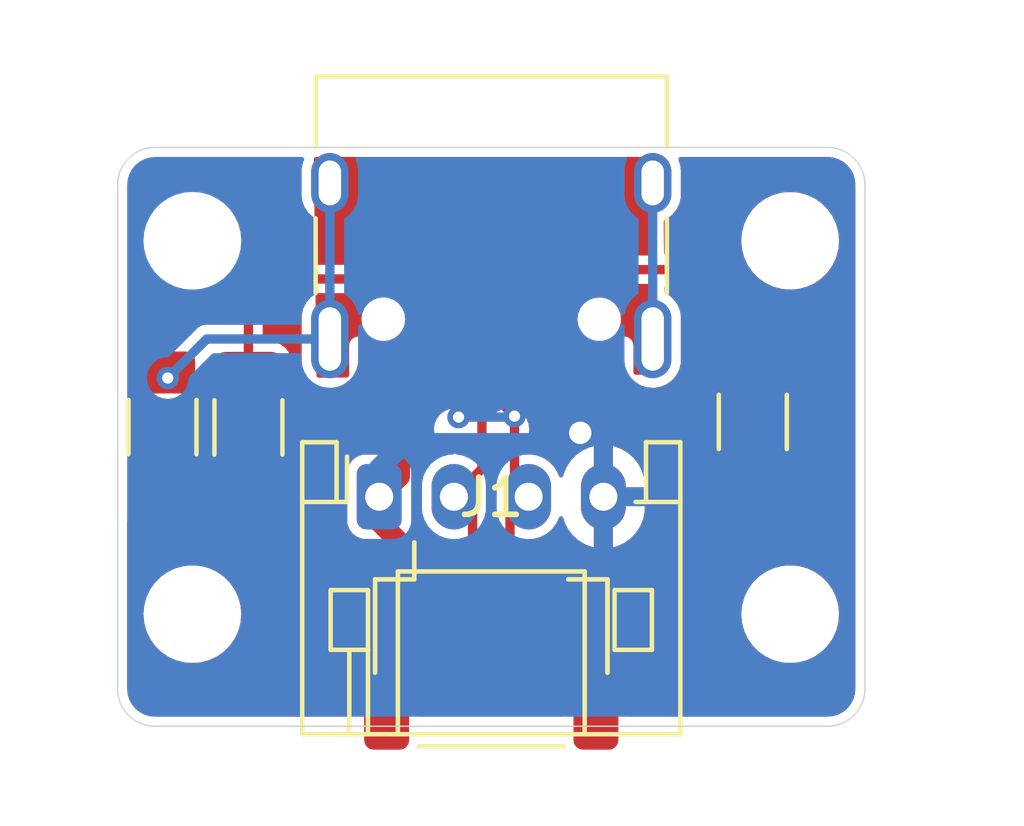
<source format=kicad_pcb>
(kicad_pcb (version 20211014) (generator pcbnew)
  (layers (0 "F.Cu" signal) (31 "B.Cu" signal) (34 "B.Paste" user) (35 "F.Paste" user) (36 "B.SilkS" user "B.Silkscreen") (37 "F.SilkS" user "F.Silkscreen") (38 "B.Mask" user) (39 "F.Mask" user) (44 "Edge.Cuts" user))
  (net 0 "")
  (net 1 "SHIELD")
  (net 4 "VBUS_C")
  (net 5 "Net-(J2-PadB5)")
  (net 6 "Net-(J2-PadA5)")
  (net 7 "GND")
  (net 8 "DP_C")
  (net 9 "DM_C")
  (footprint "Connector_JST:JST_SH_SM04B-SRSS-TB_1x04-1MP_P1.00mm_Horizontal" (layer "F.Cu") (at 100 71.352)
    (fp_text reference "J1" (at 0 -3.98) (layer "F.SilkS"))
    (fp_text value "Conn_01x04")
    (fp_text user "${REFERENCE}" (at 0 -3.98) (layer "F.SilkS"))
    (fp_line (start 3.11 0.715) (end 3.11 -1.785) (layer "F.SilkS") (width 0.12))
    (fp_line (start 3.11 -1.785) (end 2.06 -1.785) (layer "F.SilkS") (width 0.12))
    (fp_line (start 3.11 0.715) (end 3.11 -1.785) (layer "F.SilkS") (width 0.12))
    (fp_line (start -2.06 -1.785) (end -2.06 -2.775) (layer "F.SilkS") (width 0.12))
    (fp_line (start -3.11 0.715) (end -3.11 -1.785) (layer "F.SilkS") (width 0.12))
    (fp_line (start -1.94 2.685) (end 1.94 2.685) (layer "F.SilkS") (width 0.12))
    (fp_line (start -2.06 -1.785) (end -2.06 -2.775) (layer "F.SilkS") (width 0.12))
    (fp_line (start -3.11 -1.785) (end -2.06 -1.785) (layer "F.SilkS") (width 0.12))
    (fp_line (start 3.11 -1.785) (end 2.06 -1.785) (layer "F.SilkS") (width 0.12))
    (fp_line (start -3.11 -1.785) (end -2.06 -1.785) (layer "F.SilkS") (width 0.12))
    (pad "1" smd roundrect (at -1.5 -2) (size 0.6 1.55) (layers "F.Cu" "F.Paste" "F.Mask") (net 4 "VBUS_C"))
    (pad "2" smd roundrect (at -0.5 -2) (size 0.6 1.55) (layers "F.Cu" "F.Paste" "F.Mask") (net 9 "DM_C"))
    (pad "3" smd roundrect (at 0.5 -2) (size 0.6 1.55) (layers "F.Cu" "F.Paste" "F.Mask") (net 8 "DP_C"))
    (pad "4" smd roundrect (at 1.5 -2) (size 0.6 1.55) (layers "F.Cu" "F.Paste" "F.Mask") (net 7 "GND"))
    (pad "MP" smd roundrect (at 2.8 1.875) (size 1.2 1.8) (layers "F.Cu" "F.Paste" "F.Mask") (roundrect_rratio 0.208333))
    (pad "MP" smd roundrect (at -2.8 1.875) (size 1.2 1.8) (layers "F.Cu" "F.Paste" "F.Mask") (roundrect_rratio 0.208333))
    (pad "MP" smd roundrect (at 2.8 1.875) (size 1.2 1.8) (layers "F.Cu" "F.Paste" "F.Mask") (roundrect_rratio 0.208333))
    (pad "MP" smd roundrect (at -2.8 1.875) (size 1.2 1.8) (layers "F.Cu" "F.Paste" "F.Mask") (roundrect_rratio 0.208333))
  )
  (footprint "MountingHole:MountingHole_2.1mm" (layer "F.Cu") (at 92 70.5)
    (fp_text reference "H2" hide)
    (fp_text value "MountingHole")
    (pad "" np_thru_hole circle (at 0 0) (size 2.1 2.1) (drill 2.1) (layers *.Cu *.Mask))
  )
  (footprint "Resistor_SMD:R_1206_3216Metric" (layer "F.Cu") (at 107 65.35 -90)
    (fp_text reference "R1" hide)
    (fp_text value "5.1K")
    (fp_line (start -0.727064 0.91) (end 0.727064 0.91) (layer "F.SilkS") (width 0.12))
    (fp_line (start -0.727064 -0.91) (end 0.727064 -0.91) (layer "F.SilkS") (width 0.12))
    (pad "1" smd roundrect (at -1.4625 0 270) (size 1.125 1.75) (layers "F.Cu" "F.Paste" "F.Mask") (roundrect_rratio 0.2222222222) (net 6 "Net-(J2-PadA5)"))
    (pad "2" smd roundrect (at 1.4625 0 270) (size 1.125 1.75) (layers "F.Cu" "F.Paste" "F.Mask") (roundrect_rratio 0.2222222222) (net 7 "GND"))
  )
  (footprint "Resistor_SMD:R_1206_3216Metric" (layer "F.Cu") (at 91.2 65.49 -90)
    (fp_text reference "R3" hide)
    (fp_text value "0")
    (fp_line (start -0.727064 0.91) (end 0.727064 0.91) (layer "F.SilkS") (width 0.12))
    (fp_line (start -0.727064 -0.91) (end 0.727064 -0.91) (layer "F.SilkS") (width 0.12))
    (pad "1" smd roundrect (at -1.4625 0 270) (size 1.125 1.75) (layers "F.Cu" "F.Paste" "F.Mask") (roundrect_rratio 0.2222222222) (net 1 "SHIELD"))
    (pad "2" smd roundrect (at 1.4625 0 270) (size 1.125 1.75) (layers "F.Cu" "F.Paste" "F.Mask") (roundrect_rratio 0.2222222222) (net 7 "GND"))
  )
  (footprint "Resistor_SMD:R_1206_3216Metric" (layer "F.Cu") (at 93.5 65.5 -90)
    (fp_text reference "R2" hide)
    (fp_text value "5.1K")
    (fp_line (start -0.727064 0.91) (end 0.727064 0.91) (layer "F.SilkS") (width 0.12))
    (fp_line (start -0.727064 -0.91) (end 0.727064 -0.91) (layer "F.SilkS") (width 0.12))
    (pad "1" smd roundrect (at -1.4625 0 270) (size 1.125 1.75) (layers "F.Cu" "F.Paste" "F.Mask") (roundrect_rratio 0.2222222222) (net 5 "Net-(J2-PadB5)"))
    (pad "2" smd roundrect (at 1.4625 0 270) (size 1.125 1.75) (layers "F.Cu" "F.Paste" "F.Mask") (roundrect_rratio 0.2222222222) (net 7 "GND"))
  )
  (footprint "MountingHole:MountingHole_2.1mm" (layer "F.Cu") (at 108 70.5)
    (fp_text reference "H4" hide)
    (fp_text value "MountingHole" hide)
    (pad "" np_thru_hole circle (at 0 0) (size 2.1 2.1) (drill 2.1) (layers *.Cu *.Mask))
  )
  (footprint "MountingHole:MountingHole_2.1mm" (layer "F.Cu") (at 108 60.5)
    (fp_text reference "H3" hide)
    (fp_text value "MountingHole" hide)
    (pad "" np_thru_hole circle (at 0 0) (size 2.1 2.1) (drill 2.1) (layers *.Cu *.Mask))
  )
  (footprint "MountingHole:MountingHole_2.1mm" (layer "F.Cu") (at 92 60.5)
    (fp_text reference "H1" hide)
    (fp_text value "MountingHole")
    (pad "" np_thru_hole circle (at 0 0) (size 2.1 2.1) (drill 2.1) (layers *.Cu *.Mask))
  )
  (footprint "Connector_JST:JST_PH_S4B-PH-K_1x04_P2.00mm_Horizontal" (layer "F.Cu") (at 97 67.355)
    (fp_text reference "J4" hide)
    (fp_text value "Conn_01x04")
    (fp_line (start -0.86 0.14) (end -1.14 0.14) (layer "F.SilkS") (width 0.12))
    (fp_line (start -1.3 2.5) (end -1.3 4.1) (layer "F.SilkS") (width 0.12))
    (fp_line (start -1.3 4.1) (end -0.3 4.1) (layer "F.SilkS") (width 0.12))
    (fp_line (start 0.5 2) (end 5.5 2) (layer "F.SilkS") (width 0.12))
    (fp_line (start 8.06 6.36) (end 8.06 -1.46) (layer "F.SilkS") (width 0.12))
    (fp_line (start -2.06 6.36) (end 8.06 6.36) (layer "F.SilkS") (width 0.12))
    (fp_line (start -2.06 -1.46) (end -2.06 6.36) (layer "F.SilkS") (width 0.12))
    (fp_line (start 7.3 4.1) (end 6.3 4.1) (layer "F.SilkS") (width 0.12))
    (fp_line (start 6.3 4.1) (end 6.3 2.5) (layer "F.SilkS") (width 0.12))
    (fp_line (start -2.06 0.14) (end -1.14 0.14) (layer "F.SilkS") (width 0.12))
    (fp_line (start 8.06 0.14) (end 7.14 0.14) (layer "F.SilkS") (width 0.12))
    (fp_line (start 5.5 2) (end 5.5 6.36) (layer "F.SilkS") (width 0.12))
    (fp_line (start -1.14 -1.46) (end -2.06 -1.46) (layer "F.SilkS") (width 0.12))
    (fp_line (start 7.3 2.5) (end 7.3 4.1) (layer "F.SilkS") (width 0.12))
    (fp_line (start -1.14 0.14) (end -1.14 -1.46) (layer "F.SilkS") (width 0.12))
    (fp_line (start -0.86 0.14) (end -0.86 -1.075) (layer "F.SilkS") (width 0.12))
    (fp_line (start -0.3 4.1) (end -0.3 6.36) (layer "F.SilkS") (width 0.12))
    (fp_line (start -0.3 2.5) (end -1.3 2.5) (layer "F.SilkS") (width 0.12))
    (fp_line (start 6.3 2.5) (end 7.3 2.5) (layer "F.SilkS") (width 0.12))
    (fp_line (start 8.06 -1.46) (end 7.14 -1.46) (layer "F.SilkS") (width 0.12))
    (fp_line (start -0.8 4.1) (end -0.8 6.36) (layer "F.SilkS") (width 0.12))
    (fp_line (start 7.14 0.14) (end 6.86 0.14) (layer "F.SilkS") (width 0.12))
    (fp_line (start -0.3 4.1) (end -0.3 2.5) (layer "F.SilkS") (width 0.12))
    (fp_line (start 7.14 -1.46) (end 7.14 0.14) (layer "F.SilkS") (width 0.12))
    (fp_line (start 0.5 6.36) (end 0.5 2) (layer "F.SilkS") (width 0.12))
    (pad "1" thru_hole roundrect (at 0 0) (size 1.2 1.75) (drill 0.75) (layers *.Cu *.Mask) (roundrect_rratio 0.2083333333) (net 4 "VBUS_C"))
    (pad "2" thru_hole oval (at 2 0) (size 1.2 1.75) (drill 0.75) (layers *.Cu *.Mask) (net 9 "DM_C"))
    (pad "3" thru_hole oval (at 4 0) (size 1.2 1.75) (drill 0.75) (layers *.Cu *.Mask) (net 8 "DP_C"))
    (pad "4" thru_hole oval (at 6 0) (size 1.2 1.75) (drill 0.75) (layers *.Cu *.Mask) (net 7 "GND"))
  )
  (footprint "Connector_USB:USB_C_Receptacle_HRO_TYPE-C-31-M-12" (layer "F.Cu") (at 100 60 180)
    (fp_text reference "J2" hide)
    (fp_text value "USB_C_Receptacle_USB2.0")
    (fp_line (start -4.7 2) (end -4.7 3.9) (layer "F.SilkS") (width 0.12))
    (fp_line (start 4.7 2) (end 4.7 3.9) (layer "F.SilkS") (width 0.12))
    (fp_line (start 4.7 -1.9) (end 4.7 0.1) (layer "F.SilkS") (width 0.12))
    (fp_line (start -4.7 3.9) (end 4.7 3.9) (layer "F.SilkS") (width 0.12))
    (fp_line (start -4.7 -1.9) (end -4.7 0.1) (layer "F.SilkS") (width 0.12))
    (pad "" np_thru_hole circle (at -2.89 -2.6 180) (size 0.65 0.65) (drill 0.65) (layers *.Cu *.Mask))
    (pad "" np_thru_hole circle (at 2.89 -2.6 180) (size 0.65 0.65) (drill 0.65) (layers *.Cu *.Mask))
    (pad "A1" smd rect (at -3.25 -4.045 180) (size 0.6 1.45) (layers "F.Cu" "F.Paste" "F.Mask") (net 7 "GND"))
    (pad "A4" smd rect (at -2.45 -4.045 180) (size 0.6 1.45) (layers "F.Cu" "F.Paste" "F.Mask") (net 4 "VBUS_C"))
    (pad "A5" smd rect (at -1.25 -4.045 180) (size 0.3 1.45) (layers "F.Cu" "F.Paste" "F.Mask") (net 6 "Net-(J2-PadA5)"))
    (pad "A6" smd rect (at -0.25 -4.045 180) (size 0.3 1.45) (layers "F.Cu" "F.Paste" "F.Mask") (net 8 "DP_C"))
    (pad "A7" smd rect (at 0.25 -4.045 180) (size 0.3 1.45) (layers "F.Cu" "F.Paste" "F.Mask") (net 9 "DM_C"))
    (pad "A8" smd rect (at 1.25 -4.045 180) (size 0.3 1.45) (layers "F.Cu" "F.Paste" "F.Mask"))
    (pad "A9" smd rect (at 2.45 -4.045 180) (size 0.6 1.45) (layers "F.Cu" "F.Paste" "F.Mask") (net 4 "VBUS_C"))
    (pad "A12" smd rect (at 3.25 -4.045 180) (size 0.6 1.45) (layers "F.Cu" "F.Paste" "F.Mask") (net 7 "GND"))
    (pad "B1" smd rect (at 3.25 -4.045 180) (size 0.6 1.45) (layers "F.Cu" "F.Paste" "F.Mask") (net 7 "GND"))
    (pad "B4" smd rect (at 2.45 -4.045 180) (size 0.6 1.45) (layers "F.Cu" "F.Paste" "F.Mask") (net 4 "VBUS_C"))
    (pad "B5" smd rect (at 1.75 -4.045 180) (size 0.3 1.45) (layers "F.Cu" "F.Paste" "F.Mask") (net 5 "Net-(J2-PadB5)"))
    (pad "B6" smd rect (at 0.75 -4.045 180) (size 0.3 1.45) (layers "F.Cu" "F.Paste" "F.Mask") (net 8 "DP_C"))
    (pad "B7" smd rect (at -0.75 -4.045 180) (size 0.3 1.45) (layers "F.Cu" "F.Paste" "F.Mask") (net 9 "DM_C"))
    (pad "B8" smd rect (at -1.75 -4.045 180) (size 0.3 1.45) (layers "F.Cu" "F.Paste" "F.Mask"))
    (pad "B9" smd rect (at -2.45 -4.045 180) (size 0.6 1.45) (layers "F.Cu" "F.Paste" "F.Mask") (net 4 "VBUS_C"))
    (pad "B12" smd rect (at -3.25 -4.045 180) (size 0.6 1.45) (layers "F.Cu" "F.Paste" "F.Mask") (net 7 "GND"))
    (pad "S1" thru_hole oval (at 4.32 1.05 180) (size 1 1.6) (drill oval 0.6 1.2) (layers *.Cu *.Mask) (net 1 "SHIELD"))
    (pad "S1" thru_hole oval (at -4.32 -3.13 180) (size 1 2.1) (drill oval 0.6 1.7) (layers *.Cu *.Mask) (net 1 "SHIELD"))
    (pad "S1" thru_hole oval (at 4.32 -3.13 180) (size 1 2.1) (drill oval 0.6 1.7) (layers *.Cu *.Mask) (net 1 "SHIELD"))
    (pad "S1" thru_hole oval (at -4.32 1.05 180) (size 1 1.6) (drill oval 0.6 1.2) (layers *.Cu *.Mask) (net 1 "SHIELD"))
  )
  (gr_line (start 91 58) (end 109 58) (layer "Edge.Cuts") (width 0.0381))
  (gr_line (start 110 72.5) (end 110 59) (layer "Edge.Cuts") (width 0.0381))
  (gr_arc (start 90 59) (mid 90.292893 58.292893) (end 91 58) (layer "Edge.Cuts") (width 0.0381))
  (gr_line (start 90 72.5) (end 90 59) (layer "Edge.Cuts") (width 0.0381))
  (gr_arc (start 110 72.5) (mid 109.707107 73.207107) (end 109 73.5) (layer "Edge.Cuts") (width 0.0381))
  (gr_line (start 91 73.5) (end 109 73.5) (layer "Edge.Cuts") (width 0.0381))
  (gr_arc (start 109 58) (mid 109.707107 58.292893) (end 110 59) (layer "Edge.Cuts") (width 0.0381))
  (gr_arc (start 91 73.5) (mid 90.292893 73.207107) (end 90 72.5) (layer "Edge.Cuts") (width 0.0381))
  (segment (start 104.32 58.95) (end 95.68 58.95) (width 0.25) (layer "F.Cu") (net 1))
  (via (at 91.341 64.175) (size 0.6) (drill 0.3) (layers "F.Cu" "B.Cu") (net 1))
  (segment (start 91.341 64.175) (end 92.386 63.13) (width 0.25) (layer "B.Cu") (net 1))
  (segment (start 92.386 63.13) (end 95.68 63.13) (width 0.25) (layer "B.Cu") (net 1))
  (segment (start 104.32 63.13) (end 104.32 58.95) (width 0.25) (layer "B.Cu") (net 1))
  (segment (start 95.68 63.13) (end 95.68 58.95) (width 0.25) (layer "B.Cu") (net 1))
  (segment (start 98.327 69.352) (end 97 68.025) (width 0.55) (layer "F.Cu") (net 4))
  (segment (start 97 68.025) (end 97 67.355) (width 0.55) (layer "F.Cu") (net 4))
  (segment (start 102.45 64.045) (end 102.45 65.574) (width 0.55) (layer "F.Cu") (net 4))
  (segment (start 97.55 66.805) (end 97 67.355) (width 0.55) (layer "F.Cu") (net 4))
  (segment (start 98.5 69.352) (end 98.327 69.352) (width 0.55) (layer "F.Cu") (net 4))
  (segment (start 102.45 65.574) (end 102.381 65.643) (width 0.55) (layer "F.Cu") (net 4))
  (segment (start 97.55 64.045) (end 97.55 66.805) (width 0.55) (layer "F.Cu") (net 4))
  (via (at 102.381 65.643) (size 0.9) (drill 0.6) (layers "F.Cu" "B.Cu") (net 4))
  (segment (start 102.381 65.643) (end 102.100489 65.923511) (width 0.55) (layer "B.Cu") (net 4))
  (segment (start 102.100489 65.923511) (end 97.667489 65.923511) (width 0.55) (layer "B.Cu") (net 4))
  (segment (start 97.667489 65.923511) (end 97 66.591) (width 0.55) (layer "B.Cu") (net 4))
  (segment (start 97 66.591) (end 97 67.355) (width 0.55) (layer "B.Cu") (net 4))
  (segment (start 98.25 62.101) (end 98.25 64.045) (width 0.25) (layer "F.Cu") (net 5))
  (segment (start 94.12 61.523) (end 97.672 61.523) (width 0.25) (layer "F.Cu") (net 5))
  (segment (start 93.5 62.143) (end 94.12 61.523) (width 0.25) (layer "F.Cu") (net 5))
  (segment (start 97.672 61.523) (end 98.25 62.101) (width 0.25) (layer "F.Cu") (net 5))
  (segment (start 93.5 64.0375) (end 93.5 62.143) (width 0.25) (layer "F.Cu") (net 5))
  (segment (start 101.947 61.274) (end 104.827 61.274) (width 0.25) (layer "F.Cu") (net 6))
  (segment (start 104.827 61.274) (end 107 63.447) (width 0.25) (layer "F.Cu") (net 6))
  (segment (start 101.25 64.045) (end 101.25 61.971) (width 0.25) (layer "F.Cu") (net 6))
  (segment (start 101.25 61.971) (end 101.947 61.274) (width 0.25) (layer "F.Cu") (net 6))
  (segment (start 107 63.447) (end 107 63.8875) (width 0.25) (layer "F.Cu") (net 6))
  (segment (start 99.124 65.222) (end 99.25 65.096) (width 0.25) (layer "F.Cu") (net 8))
  (segment (start 100.5 69.352) (end 100.5 67.855) (width 0.25) (layer "F.Cu") (net 8))
  (segment (start 99.25 65.096) (end 99.25 64.045) (width 0.25) (layer "F.Cu") (net 8))
  (segment (start 100.622 66.977) (end 101 67.355) (width 0.25) (layer "F.Cu") (net 8))
  (segment (start 100.622 65.196502) (end 100.25 64.824502) (width 0.25) (layer "F.Cu") (net 8))
  (segment (start 100.622 65.196502) (end 100.622 66.977) (width 0.25) (layer "F.Cu") (net 8))
  (segment (start 100.5 67.855) (end 101 67.355) (width 0.25) (layer "F.Cu") (net 8))
  (segment (start 100.25 64.824502) (end 100.25 64.045) (width 0.25) (layer "F.Cu") (net 8))
  (via (at 100.622 65.196502) (size 0.6) (drill 0.3) (layers "F.Cu" "B.Cu") (net 8))
  (via (at 99.124 65.222) (size 0.6) (drill 0.3) (layers "F.Cu" "B.Cu") (net 8))
  (segment (start 100.622 65.196502) (end 100.596502 65.222) (width 0.25) (layer "B.Cu") (net 8))
  (segment (start 100.596502 65.222) (end 99.124 65.222) (width 0.25) (layer "B.Cu") (net 8))
  (segment (start 99.75 63.07) (end 99.75 64.045) (width 0.25) (layer "F.Cu") (net 9))
  (segment (start 100.75 64.045) (end 100.75 63.091) (width 0.25) (layer "F.Cu") (net 9))
  (segment (start 100.75 63.091) (end 100.596 62.937) (width 0.25) (layer "F.Cu") (net 9))
  (segment (start 99.883 62.937) (end 99.75 63.07) (width 0.25) (layer "F.Cu") (net 9))
  (segment (start 100.596 62.937) (end 99.883 62.937) (width 0.25) (layer "F.Cu") (net 9))
  (segment (start 99.5 69.352) (end 99.5 67.855) (width 0.25) (layer "F.Cu") (net 9))
  (segment (start 99.75 66.605) (end 99 67.355) (width 0.25) (layer "F.Cu") (net 9))
  (segment (start 99.75 64.045) (end 99.75 66.605) (width 0.25) (layer "F.Cu") (net 9))
  (segment (start 99.5 67.855) (end 99 67.355) (width 0.25) (layer "F.Cu") (net 9))
  (zone (net 1) (net_name "SHIELD") (layer "F.Cu") (priority 7) (connect_pads yes (clearance 0.254)) (min_thickness 0.127) (fill yes (thermal_gap 0.508) (thermal_bridge_width 0.508))
    (polygon (pts (xy 104.336 58.08) (xy 104.395 64.083) (xy 95.322 64.169) (xy 95.245 57.964)))
  )
  (zone (net 7) (net_name "GND") (layers F&B.Cu) (priority 1) (connect_pads (clearance 0.254)) (min_thickness 0.127) (fill yes (thermal_gap 0.508) (thermal_bridge_width 0.508))
    (polygon (pts (xy 114.148 54.67) (xy 114.262 74.878) (xy 86.924 74.992) (xy 87.649 54.479)))
  )
)
</source>
